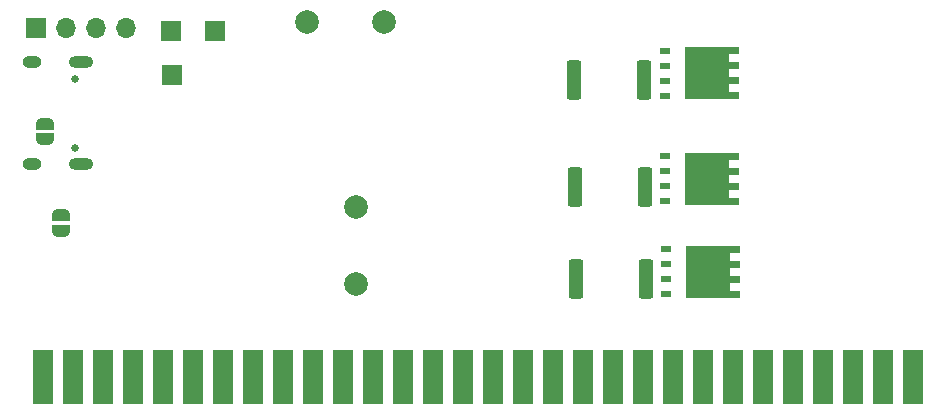
<source format=gbr>
%TF.GenerationSoftware,KiCad,Pcbnew,7.99.0-3012-g423a5b9961*%
%TF.CreationDate,2023-10-21T00:00:59-04:00*%
%TF.ProjectId,drvesc,64727665-7363-42e6-9b69-6361645f7063,V1.0*%
%TF.SameCoordinates,Original*%
%TF.FileFunction,Soldermask,Bot*%
%TF.FilePolarity,Negative*%
%FSLAX46Y46*%
G04 Gerber Fmt 4.6, Leading zero omitted, Abs format (unit mm)*
G04 Created by KiCad (PCBNEW 7.99.0-3012-g423a5b9961) date 2023-10-21 00:00:59*
%MOMM*%
%LPD*%
G01*
G04 APERTURE LIST*
G04 Aperture macros list*
%AMRoundRect*
0 Rectangle with rounded corners*
0 $1 Rounding radius*
0 $2 $3 $4 $5 $6 $7 $8 $9 X,Y pos of 4 corners*
0 Add a 4 corners polygon primitive as box body*
4,1,4,$2,$3,$4,$5,$6,$7,$8,$9,$2,$3,0*
0 Add four circle primitives for the rounded corners*
1,1,$1+$1,$2,$3*
1,1,$1+$1,$4,$5*
1,1,$1+$1,$6,$7*
1,1,$1+$1,$8,$9*
0 Add four rect primitives between the rounded corners*
20,1,$1+$1,$2,$3,$4,$5,0*
20,1,$1+$1,$4,$5,$6,$7,0*
20,1,$1+$1,$6,$7,$8,$9,0*
20,1,$1+$1,$8,$9,$2,$3,0*%
%AMFreePoly0*
4,1,17,2.675000,1.605000,1.875000,1.605000,1.875000,0.935000,2.675000,0.935000,2.675000,0.335000,1.875000,0.335000,1.875000,-0.335000,2.675000,-0.335000,2.675000,-0.935000,1.875000,-0.935000,1.875000,-1.605000,2.675000,-1.605000,2.675000,-2.205000,-1.875000,-2.205000,-1.875000,2.205000,2.675000,2.205000,2.675000,1.605000,2.675000,1.605000,$1*%
%AMFreePoly1*
4,1,19,0.500000,-0.750000,0.000000,-0.750000,0.000000,-0.744911,-0.071157,-0.744911,-0.207708,-0.704816,-0.327430,-0.627875,-0.420627,-0.520320,-0.479746,-0.390866,-0.500000,-0.250000,-0.500000,0.250000,-0.479746,0.390866,-0.420627,0.520320,-0.327430,0.627875,-0.207708,0.704816,-0.071157,0.744911,0.000000,0.744911,0.000000,0.750000,0.500000,0.750000,0.500000,-0.750000,0.500000,-0.750000,
$1*%
%AMFreePoly2*
4,1,19,0.000000,0.744911,0.071157,0.744911,0.207708,0.704816,0.327430,0.627875,0.420627,0.520320,0.479746,0.390866,0.500000,0.250000,0.500000,-0.250000,0.479746,-0.390866,0.420627,-0.520320,0.327430,-0.627875,0.207708,-0.704816,0.071157,-0.744911,0.000000,-0.744911,0.000000,-0.750000,-0.500000,-0.750000,-0.500000,0.750000,0.000000,0.750000,0.000000,0.744911,0.000000,0.744911,
$1*%
G04 Aperture macros list end*
%ADD10C,0.650000*%
%ADD11O,2.100000X1.000000*%
%ADD12O,1.600000X1.000000*%
%ADD13R,1.700000X1.700000*%
%ADD14O,1.700000X1.700000*%
%ADD15C,2.000000*%
%ADD16FreePoly0,0.000000*%
%ADD17R,0.850000X0.500000*%
%ADD18RoundRect,0.250000X0.362500X1.425000X-0.362500X1.425000X-0.362500X-1.425000X0.362500X-1.425000X0*%
%ADD19FreePoly1,90.000000*%
%ADD20FreePoly2,90.000000*%
%ADD21R,1.651000X4.572000*%
G04 APERTURE END LIST*
D10*
%TO.C,J2*%
X103165400Y-103483200D03*
X103165400Y-109263200D03*
D11*
X103695400Y-102053200D03*
D12*
X99515400Y-102053200D03*
D11*
X103695400Y-110693200D03*
D12*
X99515400Y-110693200D03*
%TD*%
D13*
%TO.C,TP2*%
X111317000Y-99415600D03*
%TD*%
%TO.C,J3*%
X99900000Y-99136200D03*
D14*
X102440000Y-99136200D03*
X104980000Y-99136200D03*
X107520000Y-99136200D03*
%TD*%
D15*
%TO.C,SW2*%
X126923800Y-120774600D03*
X126923800Y-114274600D03*
%TD*%
%TO.C,SW1*%
X122809000Y-98628200D03*
X129309000Y-98628200D03*
%TD*%
D13*
%TO.C,TP3*%
X111400000Y-103124000D03*
%TD*%
%TO.C,TP1*%
X115000000Y-99415600D03*
%TD*%
D16*
%TO.C,Q4*%
X156632624Y-102971600D03*
D17*
X153082624Y-104876600D03*
X153082624Y-103606600D03*
X153082624Y-102336600D03*
X153082624Y-101066600D03*
%TD*%
D18*
%TO.C,R4*%
X151346924Y-103583602D03*
X145421924Y-103583602D03*
%TD*%
D19*
%TO.C,JP2*%
X102006400Y-116311200D03*
D20*
X102006400Y-115011200D03*
%TD*%
D21*
%TO.C,J1*%
X174091600Y-128701800D03*
X171551600Y-128701800D03*
X169011600Y-128701800D03*
X166471600Y-128701800D03*
X163931600Y-128701800D03*
X161391600Y-128701800D03*
X158851600Y-128701800D03*
X156311600Y-128701800D03*
X153771600Y-128701800D03*
X151231600Y-128701800D03*
X148691600Y-128701800D03*
X146151600Y-128701800D03*
X143611600Y-128701800D03*
X141071600Y-128701800D03*
X138531600Y-128701800D03*
X135991600Y-128701800D03*
X133451600Y-128701800D03*
X130911600Y-128701800D03*
X128371600Y-128701800D03*
X125831600Y-128701800D03*
X123291600Y-128701800D03*
X120751600Y-128701800D03*
X118211600Y-128701800D03*
X115671600Y-128701800D03*
X113131600Y-128701800D03*
X110591600Y-128701800D03*
X108051600Y-128701800D03*
X105511600Y-128701800D03*
X102971600Y-128701800D03*
X100431600Y-128701800D03*
%TD*%
D16*
%TO.C,Q5*%
X156683424Y-111912400D03*
D17*
X153133424Y-113817400D03*
X153133424Y-112547400D03*
X153133424Y-111277400D03*
X153133424Y-110007400D03*
%TD*%
D19*
%TO.C,JP1*%
X100609400Y-108534200D03*
D20*
X100609400Y-107234200D03*
%TD*%
D18*
%TO.C,R5*%
X151413824Y-112623600D03*
X145488824Y-112623600D03*
%TD*%
%TO.C,R6*%
X151483900Y-120381802D03*
X145558900Y-120381802D03*
%TD*%
D16*
%TO.C,Q6*%
X156737400Y-119797602D03*
D17*
X153187400Y-121702602D03*
X153187400Y-120432602D03*
X153187400Y-119162602D03*
X153187400Y-117892602D03*
%TD*%
M02*

</source>
